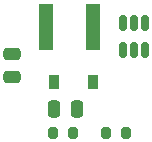
<source format=gtp>
%TF.GenerationSoftware,KiCad,Pcbnew,6.0.5-a6ca702e91~116~ubuntu20.04.1*%
%TF.CreationDate,2022-06-08T10:32:40+02:00*%
%TF.ProjectId,mini-pcb-3-to-5V-booster,6d696e69-2d70-4636-922d-332d746f2d35,rev?*%
%TF.SameCoordinates,Original*%
%TF.FileFunction,Paste,Top*%
%TF.FilePolarity,Positive*%
%FSLAX46Y46*%
G04 Gerber Fmt 4.6, Leading zero omitted, Abs format (unit mm)*
G04 Created by KiCad (PCBNEW 6.0.5-a6ca702e91~116~ubuntu20.04.1) date 2022-06-08 10:32:40*
%MOMM*%
%LPD*%
G01*
G04 APERTURE LIST*
G04 Aperture macros list*
%AMRoundRect*
0 Rectangle with rounded corners*
0 $1 Rounding radius*
0 $2 $3 $4 $5 $6 $7 $8 $9 X,Y pos of 4 corners*
0 Add a 4 corners polygon primitive as box body*
4,1,4,$2,$3,$4,$5,$6,$7,$8,$9,$2,$3,0*
0 Add four circle primitives for the rounded corners*
1,1,$1+$1,$2,$3*
1,1,$1+$1,$4,$5*
1,1,$1+$1,$6,$7*
1,1,$1+$1,$8,$9*
0 Add four rect primitives between the rounded corners*
20,1,$1+$1,$2,$3,$4,$5,0*
20,1,$1+$1,$4,$5,$6,$7,0*
20,1,$1+$1,$6,$7,$8,$9,0*
20,1,$1+$1,$8,$9,$2,$3,0*%
G04 Aperture macros list end*
%ADD10R,1.257300X4.013200*%
%ADD11RoundRect,0.250000X-0.250000X-0.475000X0.250000X-0.475000X0.250000X0.475000X-0.250000X0.475000X0*%
%ADD12RoundRect,0.200000X-0.200000X-0.275000X0.200000X-0.275000X0.200000X0.275000X-0.200000X0.275000X0*%
%ADD13RoundRect,0.250000X-0.475000X0.250000X-0.475000X-0.250000X0.475000X-0.250000X0.475000X0.250000X0*%
%ADD14R,0.900000X1.200000*%
%ADD15RoundRect,0.150000X0.150000X-0.512500X0.150000X0.512500X-0.150000X0.512500X-0.150000X-0.512500X0*%
G04 APERTURE END LIST*
D10*
%TO.C,L1*%
X102775150Y-69475000D03*
X106724850Y-69475000D03*
%TD*%
D11*
%TO.C,C2*%
X103450000Y-76450000D03*
X105350000Y-76450000D03*
%TD*%
D12*
%TO.C,R1*%
X103355000Y-78450000D03*
X105005000Y-78450000D03*
%TD*%
D13*
%TO.C,C1*%
X99875000Y-71800000D03*
X99875000Y-73700000D03*
%TD*%
D12*
%TO.C,R2*%
X107825000Y-78450000D03*
X109475000Y-78450000D03*
%TD*%
D14*
%TO.C,D1*%
X103400000Y-74150000D03*
X106700000Y-74150000D03*
%TD*%
D15*
%TO.C,U1*%
X109250000Y-71420000D03*
X110200000Y-71420000D03*
X111150000Y-71420000D03*
X111150000Y-69145000D03*
X110200000Y-69145000D03*
X109250000Y-69145000D03*
%TD*%
M02*

</source>
